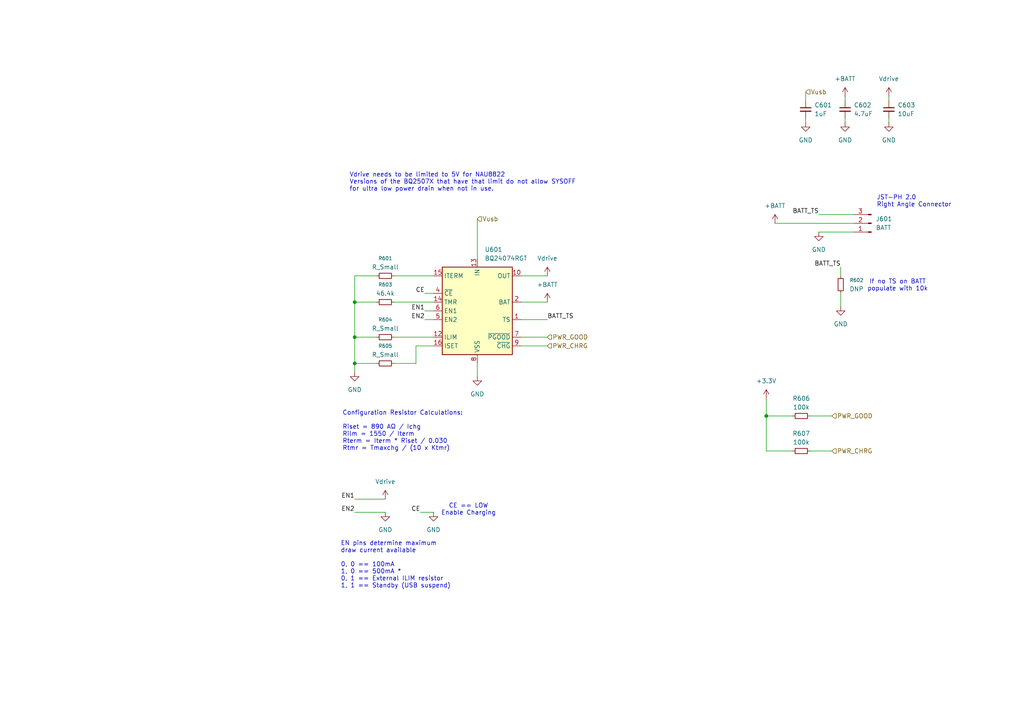
<source format=kicad_sch>
(kicad_sch (version 20250114) (generator "eeschema") (generator_version "9.0")
  (paper "A4")
  (lib_symbols
    (symbol "Battery_Management:BQ24074RGT"
      (property "Reference" "U" (at -8.89 13.97 0))
      (property "Value" "BQ24074RGT" (at 16.51 13.97 0))
      (symbol "BQ24074RGT_0_1"
        (rectangle (start -10.16 12.7) (end 10.16 -12.7) (stroke (width 0.254)) (fill (type background)))
      )
      (symbol "BQ24074RGT_1_1"
        (pin input line (at -12.7 10.16 0) (length 2.54) (name "ITERM") (number "15"))
        (pin input line (at -12.7 5.08 0) (length 2.54) (name "~{CE}") (number "4"))
        (pin input line (at -12.7 2.54 0) (length 2.54) (name "TMR") (number "14"))
        (pin input line (at -12.7 0 0) (length 2.54) (name "EN1") (number "6"))
        (pin input line (at -12.7 -2.54 0) (length 2.54) (name "EN2") (number "5"))
        (pin passive line (at -12.7 -7.62 0) (length 2.54) (name "ILIM") (number "12"))
        (pin passive line (at -12.7 -10.16 0) (length 2.54) (name "ISET") (number "16"))
        (pin power_in line (at 0 15.24 270) (length 2.54) (name "IN") (number "13"))
        (pin passive line (at 0 -15.24 90) (length 2.54) (hide yes) (name "VSS") (number "17"))
        (pin power_in line (at 0 -15.24 90) (length 2.54) (name "VSS") (number "8"))
        (pin power_out line (at 12.7 10.16 180) (length 2.54) (name "OUT") (number "10"))
        (pin passive line (at 12.7 10.16 180) (length 2.54) (hide yes) (name "OUT") (number "11"))
        (pin power_out line (at 12.7 2.54 180) (length 2.54) (name "BAT") (number "2"))
        (pin passive line (at 12.7 2.54 180) (length 2.54) (hide yes) (name "BAT") (number "3"))
        (pin passive line (at 12.7 -2.54 180) (length 2.54) (name "TS") (number "1"))
        (pin open_collector line (at 12.7 -7.62 180) (length 2.54) (name "~{PGOOD}") (number "7"))
        (pin open_collector line (at 12.7 -10.16 180) (length 2.54) (name "~{CHG}") (number "9"))
      )
    )
    (symbol "Connector:Conn_01x03_Pin" (pin_names (offset 1.016) (hide yes))
      (property "Reference" "J" (at 0 5.08 0))
      (property "Value" "Conn_01x03_Pin" (at 0 -5.08 0))
      (symbol "Conn_01x03_Pin_1_1"
        (rectangle (start 0.8636 2.667) (end 0 2.413) (stroke (width 0.1524)) (fill (type outline)))
        (rectangle (start 0.8636 0.127) (end 0 -0.127) (stroke (width 0.1524)) (fill (type outline)))
        (rectangle (start 0.8636 -2.413) (end 0 -2.667) (stroke (width 0.1524)) (fill (type outline)))
        (polyline (pts (xy 1.27 2.54) (xy 0.8636 2.54)) (stroke (width 0.1524)))
        (polyline (pts (xy 1.27 0) (xy 0.8636 0)) (stroke (width 0.1524)))
        (polyline (pts (xy 1.27 -2.54) (xy 0.8636 -2.54)) (stroke (width 0.1524)))
        (pin passive line (at 5.08 2.54 180) (length 3.81) (name "Pin_1") (number "1"))
        (pin passive line (at 5.08 0 180) (length 3.81) (name "Pin_2") (number "2"))
        (pin passive line (at 5.08 -2.54 180) (length 3.81) (name "Pin_3") (number "3"))
      )
    )
    (symbol "Device:C_Small" (pin_numbers (hide yes)) (pin_names (offset 0.254) (hide yes))
      (property "Reference" "C" (at 0.254 1.778 0))
      (property "Value" "C_Small" (at 0.254 -2.032 0))
      (symbol "C_Small_0_1"
        (polyline (pts (xy -1.524 0.508) (xy 1.524 0.508)) (stroke (width 0.3048)))
        (polyline (pts (xy -1.524 -0.508) (xy 1.524 -0.508)) (stroke (width 0.3302)))
      )
      (symbol "C_Small_1_1"
        (pin passive line (at 0 2.54 270) (length 2.032) (name "~") (number "1"))
        (pin passive line (at 0 -2.54 90) (length 2.032) (name "~") (number "2"))
      )
    )
    (symbol "Device:R_Small" (pin_numbers (hide yes)) (pin_names (offset 0.254) (hide yes))
      (property "Reference" "R" (at 0 0 90))
      (property "Value" "R_Small" (at 1.778 0 90))
      (symbol "R_Small_0_1"
        (rectangle (start -0.762 1.778) (end 0.762 -1.778) (stroke (width 0.2032)))
      )
      (symbol "R_Small_1_1"
        (pin passive line (at 0 2.54 270) (length 0.762) (name "~") (number "1"))
        (pin passive line (at 0 -2.54 90) (length 0.762) (name "~") (number "2"))
      )
    )
    (symbol "power:+3.3V" (power) (pin_numbers (hide yes)) (pin_names (offset 0) (hide yes))
      (property "Value" "+3.3V" (at 0 3.556 0))
      (symbol "+3.3V_0_1"
        (polyline (pts (xy -0.762 1.27) (xy 0 2.54)))
        (polyline (pts (xy 0 2.54) (xy 0.762 1.27)))
        (polyline (pts (xy 0 0) (xy 0 2.54)))
      )
      (symbol "+3.3V_1_1"
        (pin power_in line (at 0 0 90) (length 0) (name "~") (number "1"))
      )
    )
    (symbol "power:+BATT" (power) (pin_numbers (hide yes)) (pin_names (offset 0) (hide yes))
      (property "Value" "+BATT" (at 0 3.556 0))
      (symbol "+BATT_0_1"
        (polyline (pts (xy -0.762 1.27) (xy 0 2.54)))
        (polyline (pts (xy 0 2.54) (xy 0.762 1.27)))
        (polyline (pts (xy 0 0) (xy 0 2.54)))
      )
      (symbol "+BATT_1_1"
        (pin power_in line (at 0 0 90) (length 0) (name "~") (number "1"))
      )
    )
    (symbol "power:GND" (power) (pin_numbers (hide yes)) (pin_names (offset 0) (hide yes))
      (property "Value" "GND" (at 0 -3.81 0))
      (symbol "GND_0_1"
        (polyline (pts (xy 0 0) (xy 0 -1.27) (xy 1.27 -1.27) (xy 0 -2.54) (xy -1.27 -1.27) (xy 0 -1.27)))
      )
      (symbol "GND_1_1"
        (pin power_in line (at 0 0 270) (length 0) (name "~") (number "1"))
      )
    )
    (symbol "power:Vdrive" (power) (pin_numbers (hide yes)) (pin_names (offset 0) (hide yes))
      (property "Value" "Vdrive" (at 0 3.556 0))
      (symbol "Vdrive_0_1"
        (polyline (pts (xy -0.762 1.27) (xy 0 2.54)))
        (polyline (pts (xy 0 2.54) (xy 0.762 1.27)))
        (polyline (pts (xy 0 0) (xy 0 2.54)))
      )
      (symbol "Vdrive_1_1"
        (pin power_in line (at 0 0 90) (length 0) (name "~") (number "1"))
      )
    )
  )
  (text "JST-PH 2.0\nRight Angle Connector" (at 254.254 58.42 0) (effects (font (size 1.27 1.27)) (justify left)))
  (text "EN pins determine maximum\ndraw current available\n\n0, 0 == 100mA\n1, 0 == 500mA *\n0, 1 == External ILIM resistor\n1, 1 == Standby (USB suspend)" (at 98.806 163.83 0) (effects (font (size 1.27 1.27)) (justify left)))
  (text "Vdrive needs to be limited to 5V for NAU8822\nVersions of the BQ2507X that have that limit do not allow SYSOFF\nfor ultra low power drain when not in use." (at 101.346 52.832 0) (effects (font (size 1.27 1.27)) (justify left)))
  (text "If no TS on BATT\npopulate with 10k" (at 260.35 82.804 0) (effects (font (size 1.27 1.27))))
  (text "Configuration Resistor Calculations:\n\nRiset = 890 AΩ / Ichg\nRilm = 1550 / Iterm\nRterm = Iterm * Riset / 0.030\nRtmr = Tmaxchg / (10 x Ktmr)" (at 99.314 124.968 0) (effects (font (size 1.27 1.27)) (justify left)))
  (text "CE == LOW\nEnable Charging" (at 135.89 147.828 0) (effects (font (size 1.27 1.27))))
  (junction (at 102.87 87.63))
  (junction (at 102.87 105.41))
  (junction (at 222.25 120.65))
  (junction (at 102.87 97.79))
  (wire (pts (xy 245.11 34.29) (xy 245.11 35.56)))
  (wire (pts (xy 222.25 120.65) (xy 229.87 120.65)))
  (wire (pts (xy 102.87 87.63) (xy 102.87 97.79)))
  (wire (pts (xy 123.19 85.09) (xy 125.73 85.09)))
  (wire (pts (xy 222.25 115.57) (xy 222.25 120.65)))
  (wire (pts (xy 102.87 148.59) (xy 111.76 148.59)))
  (wire (pts (xy 102.87 80.01) (xy 102.87 87.63)))
  (wire (pts (xy 125.73 100.33) (xy 120.65 100.33)))
  (wire (pts (xy 102.87 107.95) (xy 102.87 105.41)))
  (wire (pts (xy 102.87 87.63) (xy 109.22 87.63)))
  (wire (pts (xy 245.11 27.94) (xy 245.11 29.21)))
  (wire (pts (xy 102.87 144.78) (xy 111.76 144.78)))
  (wire (pts (xy 151.13 97.79) (xy 158.75 97.79)))
  (wire (pts (xy 151.13 80.01) (xy 158.75 80.01)))
  (wire (pts (xy 243.84 77.47) (xy 243.84 80.01)))
  (wire (pts (xy 151.13 87.63) (xy 158.75 87.63)))
  (wire (pts (xy 120.65 105.41) (xy 114.3 105.41)))
  (wire (pts (xy 138.43 63.5) (xy 138.43 74.93)))
  (wire (pts (xy 151.13 92.71) (xy 158.75 92.71)))
  (wire (pts (xy 234.95 120.65) (xy 241.3 120.65)))
  (wire (pts (xy 138.43 105.41) (xy 138.43 109.22)))
  (wire (pts (xy 229.87 130.81) (xy 222.25 130.81)))
  (wire (pts (xy 102.87 97.79) (xy 109.22 97.79)))
  (wire (pts (xy 233.68 34.29) (xy 233.68 35.56)))
  (wire (pts (xy 114.3 80.01) (xy 125.73 80.01)))
  (wire (pts (xy 123.19 92.71) (xy 125.73 92.71)))
  (wire (pts (xy 233.68 26.67) (xy 233.68 29.21)))
  (wire (pts (xy 224.79 64.77) (xy 247.65 64.77)))
  (wire (pts (xy 222.25 130.81) (xy 222.25 120.65)))
  (wire (pts (xy 237.49 67.31) (xy 247.65 67.31)))
  (wire (pts (xy 114.3 87.63) (xy 125.73 87.63)))
  (wire (pts (xy 237.49 62.23) (xy 247.65 62.23)))
  (wire (pts (xy 234.95 130.81) (xy 241.3 130.81)))
  (wire (pts (xy 120.65 100.33) (xy 120.65 105.41)))
  (wire (pts (xy 257.81 34.29) (xy 257.81 35.56)))
  (wire (pts (xy 243.84 85.09) (xy 243.84 88.9)))
  (wire (pts (xy 114.3 97.79) (xy 125.73 97.79)))
  (wire (pts (xy 102.87 105.41) (xy 109.22 105.41)))
  (wire (pts (xy 102.87 105.41) (xy 102.87 97.79)))
  (wire (pts (xy 123.19 90.17) (xy 125.73 90.17)))
  (wire (pts (xy 121.92 148.59) (xy 125.73 148.59)))
  (wire (pts (xy 109.22 80.01) (xy 102.87 80.01)))
  (wire (pts (xy 151.13 100.33) (xy 158.75 100.33)))
  (wire (pts (xy 257.81 27.94) (xy 257.81 29.21)))
  (label "EN2" (at 102.87 148.59 180))
  (label "CE" (at 123.19 85.09 180))
  (label "EN2" (at 123.19 92.71 180))
  (label "CE" (at 121.92 148.59 180))
  (label "BATT_TS" (at 237.49 62.23 180))
  (label "EN1" (at 123.19 90.17 180))
  (label "EN1" (at 102.87 144.78 180))
  (label "BATT_TS" (at 158.75 92.71 0))
  (label "BATT_TS" (at 243.84 77.47 180))
  (hierarchical_label "PWR_GOOD" (shape input) (at 158.75 97.79 0))
  (hierarchical_label "Vusb" (shape input) (at 233.68 26.67 0))
  (hierarchical_label "PWR_CHRG" (shape input) (at 158.75 100.33 0))
  (hierarchical_label "PWR_GOOD" (shape input) (at 241.3 120.65 0))
  (hierarchical_label "Vusb" (shape input) (at 138.43 63.5 0))
  (hierarchical_label "PWR_CHRG" (shape input) (at 241.3 130.81 0))
  (symbol (lib_id "Device:R_Small") (at 232.41 130.81 90) (unit 1)
    (property "Reference" "R607" (at 232.41 125.73 90))
    (property "Value" "100k" (at 232.41 128.27 90))
    (property "Footprint" "Resistor_SMD:R_0603_1608Metric" (effects (hide yes)))
    (property "Description" "Resistor, small symbol" (effects (hide yes)))
  )
  (symbol (lib_id "Device:R_Small") (at 111.76 97.79 90) (unit 1)
    (property "Reference" "R604" (at 111.76 92.71 90) (effects (font (size 1.016 1.016))))
    (property "Value" "R_Small" (at 111.76 95.25 90))
    (property "Footprint" "Resistor_SMD:R_0603_1608Metric" (effects (hide yes)))
    (property "Description" "Resistor, small symbol" (effects (hide yes)))
  )
  (symbol (lib_id "Device:C_Small") (at 233.68 31.75 0) (unit 1)
    (property "Reference" "C601" (at 236.22 30.4863 0) (effects (justify left)))
    (property "Value" "1uF" (at 236.22 33.0263 0) (effects (justify left)))
    (property "Footprint" "Capacitor_SMD:C_1206_3216Metric" (effects (hide yes)))
  )
  (symbol (lib_id "power:+BATT") (at 158.75 87.63 0) (unit 1)
    (property "Reference" "#PWR0609" (effects (hide yes)))
    (property "Value" "+BATT" (at 158.75 82.55 0))
    (property "Description" "Power symbol creates a global label with name \"+BATT\"" (effects (hide yes)))
  )
  (symbol (lib_id "power:Vdrive") (at 111.76 144.78 0) (unit 1)
    (property "Reference" "#PWR0614" (effects (hide yes)))
    (property "Value" "Vdrive" (at 111.76 139.7 0))
    (property "Description" "Power symbol creates a global label with name \"Vdrive\"" (effects (hide yes)))
  )
  (symbol (lib_id "Device:R_Small") (at 111.76 105.41 90) (unit 1)
    (property "Reference" "R605" (at 111.76 100.33 90) (effects (font (size 1.016 1.016))))
    (property "Value" "R_Small" (at 111.76 102.87 90))
    (property "Footprint" "Resistor_SMD:R_0603_1608Metric" (effects (hide yes)))
    (property "Description" "Resistor, small symbol" (effects (hide yes)))
  )
  (symbol (lib_id "power:GND") (at 111.76 148.59 0) (unit 1)
    (property "Reference" "#PWR0615" (effects (hide yes)))
    (property "Value" "GND" (at 111.76 153.67 0))
    (property "Description" "Power symbol creates a global label with name \"GND\" , ground" (effects (hide yes)))
  )
  (symbol (lib_id "Device:R_Small") (at 111.76 80.01 90) (unit 1)
    (property "Reference" "R601" (at 111.76 74.93 90) (effects (font (size 1.016 1.016))))
    (property "Value" "R_Small" (at 111.76 77.47 90))
    (property "Footprint" "Resistor_SMD:R_0603_1608Metric" (effects (hide yes)))
    (property "Description" "Resistor, small symbol" (effects (hide yes)))
  )
  (symbol (lib_id "power:GND") (at 257.81 35.56 0) (unit 1)
    (property "Reference" "#PWR0605" (effects (hide yes)))
    (property "Value" "GND" (at 257.81 40.64 0))
    (property "Description" "Power symbol creates a global label with name \"GND\" , ground" (effects (hide yes)))
  )
  (symbol (lib_id "power:GND") (at 243.84 88.9 0) (unit 1)
    (property "Reference" "#PWR0610" (effects (hide yes)))
    (property "Value" "GND" (at 243.84 93.98 0))
    (property "Description" "Power symbol creates a global label with name \"GND\" , ground" (effects (hide yes)))
  )
  (symbol (lib_id "power:Vdrive") (at 158.75 80.01 0) (unit 1)
    (property "Reference" "#PWR0608" (effects (hide yes)))
    (property "Value" "Vdrive" (at 158.75 74.93 0))
    (property "Description" "Power symbol creates a global label with name \"Vdrive\"" (effects (hide yes)))
  )
  (symbol (lib_id "power:GND") (at 233.68 35.56 0) (unit 1)
    (property "Reference" "#PWR0603" (effects (hide yes)))
    (property "Value" "GND" (at 233.68 40.64 0))
    (property "Description" "Power symbol creates a global label with name \"GND\" , ground" (effects (hide yes)))
  )
  (symbol (lib_id "Connector:Conn_01x03_Pin") (at 252.73 64.77 180) (unit 1)
    (property "Reference" "J601" (at 254 63.4999 0) (effects (justify right)))
    (property "Value" "BATT" (at 254 66.0399 0) (effects (justify right)))
    (property "Footprint" "Connector_JST:JST_PH_S3B-PH-K_1x03_P2.00mm_Horizontal" (effects (hide yes)))
    (property "Description" "Generic connector, single row, 01x03, script generated" (effects (hide yes)))
  )
  (symbol (lib_id "Battery_Management:BQ24074RGT") (at 138.43 90.17 0) (unit 1)
    (property "Reference" "U601" (at 140.5733 72.39 0) (effects (justify left)))
    (property "Value" "BQ24074RGT" (at 140.5733 74.93 0) (effects (justify left)))
    (property "Footprint" "Package_DFN_QFN:VQFN-16-1EP_3x3mm_P0.5mm_EP1.6x1.6mm" (effects (hide yes)))
    (property "Datasheet" "http://www.ti.com/lit/ds/symlink/bq24074.pdf" (effects (hide yes)))
    (property "Description" "USB-Friendly Li-Ion Battery Charger and Power-Path Management, VQFN-16" (effects (hide yes)))
  )
  (symbol (lib_id "power:Vdrive") (at 257.81 27.94 0) (unit 1)
    (property "Reference" "#PWR0602" (effects (hide yes)))
    (property "Value" "Vdrive" (at 257.81 22.86 0))
    (property "Description" "Power symbol creates a global label with name \"Vdrive\"" (effects (hide yes)))
  )
  (symbol (lib_id "power:+BATT") (at 245.11 27.94 0) (unit 1)
    (property "Reference" "#PWR0601" (effects (hide yes)))
    (property "Value" "+BATT" (at 245.11 22.86 0))
    (property "Description" "Power symbol creates a global label with name \"+BATT\"" (effects (hide yes)))
  )
  (symbol (lib_id "power:GND") (at 102.87 107.95 0) (unit 1)
    (property "Reference" "#PWR0611" (effects (hide yes)))
    (property "Value" "GND" (at 102.87 113.03 0))
    (property "Description" "Power symbol creates a global label with name \"GND\" , ground" (effects (hide yes)))
  )
  (symbol (lib_id "Device:R_Small") (at 232.41 120.65 90) (unit 1)
    (property "Reference" "R606" (at 232.41 115.57 90))
    (property "Value" "100k" (at 232.41 118.11 90))
    (property "Footprint" "Resistor_SMD:R_0603_1608Metric" (effects (hide yes)))
    (property "Description" "Resistor, small symbol" (effects (hide yes)))
  )
  (symbol (lib_id "power:GND") (at 245.11 35.56 0) (unit 1)
    (property "Reference" "#PWR0604" (effects (hide yes)))
    (property "Value" "GND" (at 245.11 40.64 0))
    (property "Description" "Power symbol creates a global label with name \"GND\" , ground" (effects (hide yes)))
  )
  (symbol (lib_id "Device:C_Small") (at 257.81 31.75 0) (unit 1)
    (property "Reference" "C603" (at 260.35 30.4863 0) (effects (justify left)))
    (property "Value" "10uF" (at 260.35 33.0263 0) (effects (justify left)))
    (property "Footprint" "Capacitor_SMD:C_1206_3216Metric" (effects (hide yes)))
  )
  (symbol (lib_id "power:GND") (at 237.49 67.31 0) (unit 1)
    (property "Reference" "#PWR0607" (effects (hide yes)))
    (property "Value" "GND" (at 237.49 72.39 0))
    (property "Description" "Power symbol creates a global label with name \"GND\" , ground" (effects (hide yes)))
  )
  (symbol (lib_id "power:+BATT") (at 224.79 64.77 0) (unit 1)
    (property "Reference" "#PWR0606" (effects (hide yes)))
    (property "Value" "+BATT" (at 224.79 59.69 0))
    (property "Description" "Power symbol creates a global label with name \"+BATT\"" (effects (hide yes)))
  )
  (symbol (lib_id "power:GND") (at 125.73 148.59 0) (unit 1)
    (property "Reference" "#PWR0616" (effects (hide yes)))
    (property "Value" "GND" (at 125.73 153.67 0))
    (property "Description" "Power symbol creates a global label with name \"GND\" , ground" (effects (hide yes)))
  )
  (symbol (lib_id "Device:C_Small") (at 245.11 31.75 0) (unit 1)
    (property "Reference" "C602" (at 247.65 30.4863 0) (effects (justify left)))
    (property "Value" "4.7uF" (at 247.65 33.0263 0) (effects (justify left)))
    (property "Footprint" "Capacitor_SMD:C_1206_3216Metric" (effects (hide yes)))
  )
  (symbol (lib_id "Device:R_Small") (at 111.76 87.63 90) (unit 1)
    (property "Reference" "R603" (at 111.76 82.55 90) (effects (font (size 1.016 1.016))))
    (property "Value" "46.4k" (at 111.76 85.09 90))
    (property "Footprint" "Resistor_SMD:R_0603_1608Metric" (effects (hide yes)))
    (property "Description" "Resistor, small symbol" (effects (hide yes)))
  )
  (symbol (lib_id "power:+3.3V") (at 222.25 115.57 0) (unit 1)
    (property "Reference" "#PWR0613" (effects (hide yes)))
    (property "Value" "+3.3V" (at 222.25 110.49 0))
    (property "Description" "Power symbol creates a global label with name \"+3.3V\"" (effects (hide yes)))
  )
  (symbol (lib_id "power:GND") (at 138.43 109.22 0) (unit 1)
    (property "Reference" "#PWR0612" (effects (hide yes)))
    (property "Value" "GND" (at 138.43 114.3 0))
    (property "Description" "Power symbol creates a global label with name \"GND\" , ground" (effects (hide yes)))
  )
  (symbol (lib_id "Device:R_Small") (at 243.84 82.55 180) (unit 1)
    (property "Reference" "R602" (at 246.38 81.2799 0) (effects (font (size 1.016 1.016)) (justify right)))
    (property "Value" "DNP" (at 246.38 83.8199 0) (effects (justify right)))
    (property "Footprint" "Resistor_SMD:R_0603_1608Metric" (effects (hide yes)))
    (property "Description" "Resistor, small symbol" (effects (hide yes)))
  )
)
</source>
